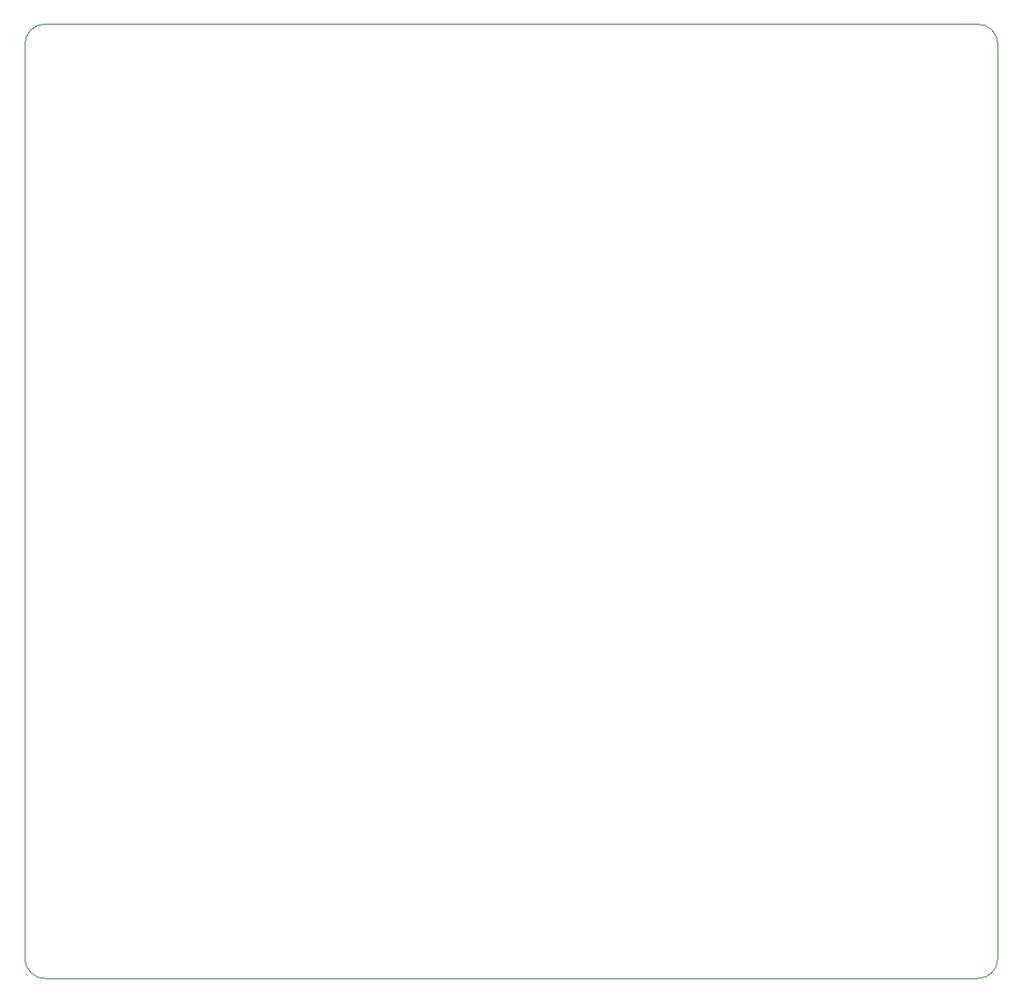
<source format=gm1>
G04 #@! TF.GenerationSoftware,KiCad,Pcbnew,7.0.10-7.0.10~ubuntu20.04.1*
G04 #@! TF.CreationDate,2024-02-22T18:15:52-03:00*
G04 #@! TF.ProjectId,Transiluminador,5472616e-7369-46c7-956d-696e61646f72,rev?*
G04 #@! TF.SameCoordinates,Original*
G04 #@! TF.FileFunction,Profile,NP*
%FSLAX46Y46*%
G04 Gerber Fmt 4.6, Leading zero omitted, Abs format (unit mm)*
G04 Created by KiCad (PCBNEW 7.0.10-7.0.10~ubuntu20.04.1) date 2024-02-22 18:15:52*
%MOMM*%
%LPD*%
G01*
G04 APERTURE LIST*
G04 #@! TA.AperFunction,Profile*
%ADD10C,0.100000*%
G04 #@! TD*
G04 APERTURE END LIST*
D10*
X109250181Y-15851039D02*
X109250000Y-100625000D01*
X111125000Y-13950000D02*
X197698961Y-13950181D01*
X111125000Y-13950001D02*
G75*
G03*
X109250182Y-15851039I0J-1874999D01*
G01*
X199600000Y-15825000D02*
X199599819Y-100598961D01*
X109250001Y-100625000D02*
G75*
G03*
X111151039Y-102499818I1874999J0D01*
G01*
X111151039Y-102499819D02*
X197725000Y-102500000D01*
X199599999Y-15825000D02*
G75*
G03*
X197698961Y-13950182I-1874999J0D01*
G01*
X197725000Y-102499999D02*
G75*
G03*
X199599818Y-100598961I0J1874999D01*
G01*
M02*

</source>
